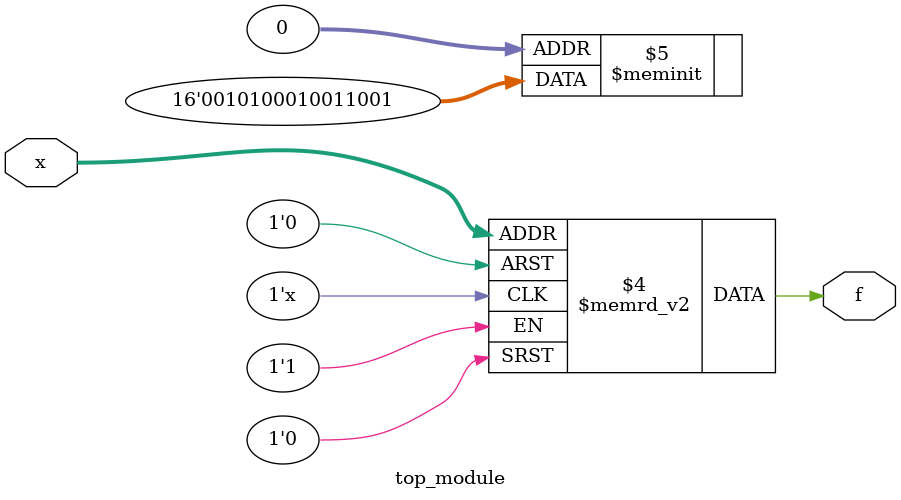
<source format=sv>
module top_module (
	input [4:1] x,
	output logic f
);
    always_comb begin
        case(x)
            4'b0000: f = 1'b1;
            4'b0001: f = 1'b0;
            4'b0011: f = 1'b1;
            4'b0100: f = 1'b1;
            4'b0101: f = 1'b0;
            4'b0111: f = 1'b1;
            4'b1000: f = 1'b0;
            4'b1001: f = 1'b0;
            4'b1011: f = 1'b1;
            4'b1100: f = 1'b0;
            4'b1101: f = 1'b1;
            4'b1111: f = 1'b0;
            default: f = 1'b0;
        endcase
    end
endmodule

</source>
